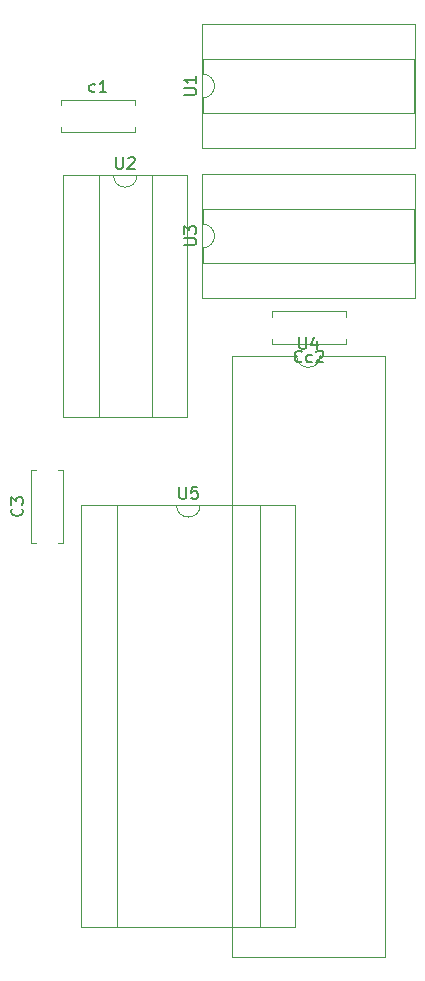
<source format=gbr>
%TF.GenerationSoftware,KiCad,Pcbnew,(6.0.10)*%
%TF.CreationDate,2022-12-23T07:28:00+11:00*%
%TF.ProjectId,bbc1770,62626331-3737-4302-9e6b-696361645f70,rev?*%
%TF.SameCoordinates,Original*%
%TF.FileFunction,Legend,Top*%
%TF.FilePolarity,Positive*%
%FSLAX46Y46*%
G04 Gerber Fmt 4.6, Leading zero omitted, Abs format (unit mm)*
G04 Created by KiCad (PCBNEW (6.0.10)) date 2022-12-23 07:28:00*
%MOMM*%
%LPD*%
G01*
G04 APERTURE LIST*
%ADD10C,0.150000*%
%ADD11C,0.120000*%
G04 APERTURE END LIST*
D10*
%TO.C,U1*%
X32677380Y-18531904D02*
X33486904Y-18531904D01*
X33582142Y-18484285D01*
X33629761Y-18436666D01*
X33677380Y-18341428D01*
X33677380Y-18150952D01*
X33629761Y-18055714D01*
X33582142Y-18008095D01*
X33486904Y-17960476D01*
X32677380Y-17960476D01*
X33677380Y-16960476D02*
X33677380Y-17531904D01*
X33677380Y-17246190D02*
X32677380Y-17246190D01*
X32820238Y-17341428D01*
X32915476Y-17436666D01*
X32963095Y-17531904D01*
%TO.C,U5*%
X32253095Y-51717380D02*
X32253095Y-52526904D01*
X32300714Y-52622142D01*
X32348333Y-52669761D01*
X32443571Y-52717380D01*
X32634047Y-52717380D01*
X32729285Y-52669761D01*
X32776904Y-52622142D01*
X32824523Y-52526904D01*
X32824523Y-51717380D01*
X33776904Y-51717380D02*
X33300714Y-51717380D01*
X33253095Y-52193571D01*
X33300714Y-52145952D01*
X33395952Y-52098333D01*
X33634047Y-52098333D01*
X33729285Y-52145952D01*
X33776904Y-52193571D01*
X33824523Y-52288809D01*
X33824523Y-52526904D01*
X33776904Y-52622142D01*
X33729285Y-52669761D01*
X33634047Y-52717380D01*
X33395952Y-52717380D01*
X33300714Y-52669761D01*
X33253095Y-52622142D01*
%TO.C,U4*%
X42413095Y-39037380D02*
X42413095Y-39846904D01*
X42460714Y-39942142D01*
X42508333Y-39989761D01*
X42603571Y-40037380D01*
X42794047Y-40037380D01*
X42889285Y-39989761D01*
X42936904Y-39942142D01*
X42984523Y-39846904D01*
X42984523Y-39037380D01*
X43889285Y-39370714D02*
X43889285Y-40037380D01*
X43651190Y-38989761D02*
X43413095Y-39704047D01*
X44032142Y-39704047D01*
%TO.C,U2*%
X26908095Y-23782380D02*
X26908095Y-24591904D01*
X26955714Y-24687142D01*
X27003333Y-24734761D01*
X27098571Y-24782380D01*
X27289047Y-24782380D01*
X27384285Y-24734761D01*
X27431904Y-24687142D01*
X27479523Y-24591904D01*
X27479523Y-23782380D01*
X27908095Y-23877619D02*
X27955714Y-23830000D01*
X28050952Y-23782380D01*
X28289047Y-23782380D01*
X28384285Y-23830000D01*
X28431904Y-23877619D01*
X28479523Y-23972857D01*
X28479523Y-24068095D01*
X28431904Y-24210952D01*
X27860476Y-24782380D01*
X28479523Y-24782380D01*
%TO.C,C3*%
X18907142Y-53546666D02*
X18954761Y-53594285D01*
X19002380Y-53737142D01*
X19002380Y-53832380D01*
X18954761Y-53975238D01*
X18859523Y-54070476D01*
X18764285Y-54118095D01*
X18573809Y-54165714D01*
X18430952Y-54165714D01*
X18240476Y-54118095D01*
X18145238Y-54070476D01*
X18050000Y-53975238D01*
X18002380Y-53832380D01*
X18002380Y-53737142D01*
X18050000Y-53594285D01*
X18097619Y-53546666D01*
X18002380Y-53213333D02*
X18002380Y-52594285D01*
X18383333Y-52927619D01*
X18383333Y-52784761D01*
X18430952Y-52689523D01*
X18478571Y-52641904D01*
X18573809Y-52594285D01*
X18811904Y-52594285D01*
X18907142Y-52641904D01*
X18954761Y-52689523D01*
X19002380Y-52784761D01*
X19002380Y-53070476D01*
X18954761Y-53165714D01*
X18907142Y-53213333D01*
%TO.C,Cc2*%
X42624761Y-41077142D02*
X42577142Y-41124761D01*
X42434285Y-41172380D01*
X42339047Y-41172380D01*
X42196190Y-41124761D01*
X42100952Y-41029523D01*
X42053333Y-40934285D01*
X42005714Y-40743809D01*
X42005714Y-40600952D01*
X42053333Y-40410476D01*
X42100952Y-40315238D01*
X42196190Y-40220000D01*
X42339047Y-40172380D01*
X42434285Y-40172380D01*
X42577142Y-40220000D01*
X42624761Y-40267619D01*
X43481904Y-41124761D02*
X43386666Y-41172380D01*
X43196190Y-41172380D01*
X43100952Y-41124761D01*
X43053333Y-41077142D01*
X43005714Y-40981904D01*
X43005714Y-40696190D01*
X43053333Y-40600952D01*
X43100952Y-40553333D01*
X43196190Y-40505714D01*
X43386666Y-40505714D01*
X43481904Y-40553333D01*
X43862857Y-40267619D02*
X43910476Y-40220000D01*
X44005714Y-40172380D01*
X44243809Y-40172380D01*
X44339047Y-40220000D01*
X44386666Y-40267619D01*
X44434285Y-40362857D01*
X44434285Y-40458095D01*
X44386666Y-40600952D01*
X43815238Y-41172380D01*
X44434285Y-41172380D01*
%TO.C,c1*%
X25121904Y-18224761D02*
X25026666Y-18272380D01*
X24836190Y-18272380D01*
X24740952Y-18224761D01*
X24693333Y-18177142D01*
X24645714Y-18081904D01*
X24645714Y-17796190D01*
X24693333Y-17700952D01*
X24740952Y-17653333D01*
X24836190Y-17605714D01*
X25026666Y-17605714D01*
X25121904Y-17653333D01*
X26074285Y-18272380D02*
X25502857Y-18272380D01*
X25788571Y-18272380D02*
X25788571Y-17272380D01*
X25693333Y-17415238D01*
X25598095Y-17510476D01*
X25502857Y-17558095D01*
%TO.C,U3*%
X32677380Y-31231904D02*
X33486904Y-31231904D01*
X33582142Y-31184285D01*
X33629761Y-31136666D01*
X33677380Y-31041428D01*
X33677380Y-30850952D01*
X33629761Y-30755714D01*
X33582142Y-30708095D01*
X33486904Y-30660476D01*
X32677380Y-30660476D01*
X32677380Y-30279523D02*
X32677380Y-29660476D01*
X33058333Y-29993809D01*
X33058333Y-29850952D01*
X33105952Y-29755714D01*
X33153571Y-29708095D01*
X33248809Y-29660476D01*
X33486904Y-29660476D01*
X33582142Y-29708095D01*
X33629761Y-29755714D01*
X33677380Y-29850952D01*
X33677380Y-30136666D01*
X33629761Y-30231904D01*
X33582142Y-30279523D01*
D11*
%TO.C,U1*%
X34165000Y-12520000D02*
X34165000Y-23020000D01*
X52125000Y-15520000D02*
X34225000Y-15520000D01*
X34225000Y-18770000D02*
X34225000Y-20020000D01*
X52185000Y-23020000D02*
X52185000Y-12520000D01*
X34225000Y-20020000D02*
X52125000Y-20020000D01*
X52185000Y-12520000D02*
X34165000Y-12520000D01*
X34165000Y-23020000D02*
X52185000Y-23020000D01*
X52125000Y-20020000D02*
X52125000Y-15520000D01*
X34225000Y-15520000D02*
X34225000Y-16770000D01*
X34225000Y-18770000D02*
G75*
G03*
X34225000Y-16770000I0J1000000D01*
G01*
%TO.C,U5*%
X23955000Y-89005000D02*
X42075000Y-89005000D01*
X26955000Y-53265000D02*
X26955000Y-88945000D01*
X42075000Y-89005000D02*
X42075000Y-53205000D01*
X39075000Y-53265000D02*
X34015000Y-53265000D01*
X23955000Y-53205000D02*
X23955000Y-89005000D01*
X39075000Y-88945000D02*
X39075000Y-53265000D01*
X26955000Y-88945000D02*
X39075000Y-88945000D01*
X32015000Y-53265000D02*
X26955000Y-53265000D01*
X42075000Y-53205000D02*
X23955000Y-53205000D01*
X32015000Y-53265000D02*
G75*
G03*
X34015000Y-53265000I1000000J0D01*
G01*
%TO.C,U4*%
X42175000Y-40585000D02*
X36715000Y-40585000D01*
X49635000Y-40585000D02*
X44175000Y-40585000D01*
X36715000Y-40585000D02*
X36715000Y-91505000D01*
X49635000Y-91505000D02*
X49635000Y-40585000D01*
X36715000Y-91505000D02*
X49635000Y-91505000D01*
X42175000Y-40585000D02*
G75*
G03*
X44175000Y-40585000I1000000J0D01*
G01*
%TO.C,U2*%
X29920000Y-25330000D02*
X28670000Y-25330000D01*
X22420000Y-45830000D02*
X32920000Y-45830000D01*
X25420000Y-25330000D02*
X25420000Y-45770000D01*
X32920000Y-45830000D02*
X32920000Y-25270000D01*
X22420000Y-25270000D02*
X22420000Y-45830000D01*
X32920000Y-25270000D02*
X22420000Y-25270000D01*
X29920000Y-45770000D02*
X29920000Y-25330000D01*
X26670000Y-25330000D02*
X25420000Y-25330000D01*
X25420000Y-45770000D02*
X29920000Y-45770000D01*
X26670000Y-25330000D02*
G75*
G03*
X28670000Y-25330000I1000000J0D01*
G01*
%TO.C,C3*%
X21975000Y-56500000D02*
X22420000Y-56500000D01*
X19680000Y-50260000D02*
X20125000Y-50260000D01*
X22420000Y-56500000D02*
X22420000Y-50260000D01*
X19680000Y-56500000D02*
X19680000Y-50260000D01*
X21975000Y-50260000D02*
X22420000Y-50260000D01*
X19680000Y-56500000D02*
X20125000Y-56500000D01*
%TO.C,Cc2*%
X46340000Y-39590000D02*
X40100000Y-39590000D01*
X46340000Y-37295000D02*
X46340000Y-36850000D01*
X46340000Y-36850000D02*
X40100000Y-36850000D01*
X46340000Y-39590000D02*
X46340000Y-39145000D01*
X40100000Y-37295000D02*
X40100000Y-36850000D01*
X40100000Y-39590000D02*
X40100000Y-39145000D01*
%TO.C,c1*%
X28480000Y-21245000D02*
X28480000Y-21690000D01*
X22240000Y-18950000D02*
X28480000Y-18950000D01*
X22240000Y-18950000D02*
X22240000Y-19395000D01*
X22240000Y-21245000D02*
X22240000Y-21690000D01*
X28480000Y-18950000D02*
X28480000Y-19395000D01*
X22240000Y-21690000D02*
X28480000Y-21690000D01*
%TO.C,U3*%
X34165000Y-25220000D02*
X34165000Y-35720000D01*
X52125000Y-32720000D02*
X52125000Y-28220000D01*
X34165000Y-35720000D02*
X52185000Y-35720000D01*
X34225000Y-32720000D02*
X52125000Y-32720000D01*
X34225000Y-31470000D02*
X34225000Y-32720000D01*
X52125000Y-28220000D02*
X34225000Y-28220000D01*
X52185000Y-25220000D02*
X34165000Y-25220000D01*
X52185000Y-35720000D02*
X52185000Y-25220000D01*
X34225000Y-28220000D02*
X34225000Y-29470000D01*
X34225000Y-31470000D02*
G75*
G03*
X34225000Y-29470000I0J1000000D01*
G01*
%TD*%
M02*

</source>
